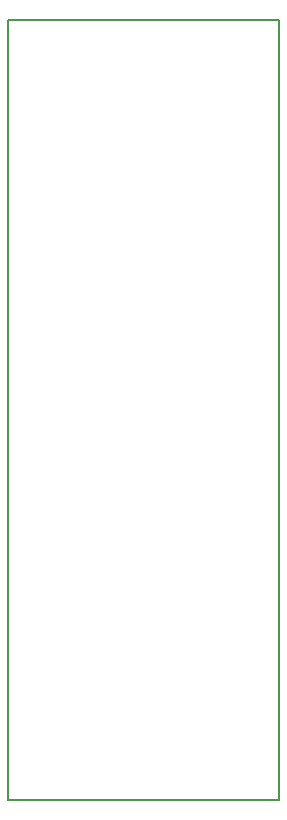
<source format=gbr>
G04 #@! TF.FileFunction,Profile,NP*
%FSLAX46Y46*%
G04 Gerber Fmt 4.6, Leading zero omitted, Abs format (unit mm)*
G04 Created by KiCad (PCBNEW 4.0.7) date 03/25/21 13:56:31*
%MOMM*%
%LPD*%
G01*
G04 APERTURE LIST*
%ADD10C,0.100000*%
%ADD11C,0.150000*%
G04 APERTURE END LIST*
D10*
D11*
X57298000Y-95276000D02*
X57298000Y-29276000D01*
X80298000Y-95276000D02*
X57298000Y-95276000D01*
X80298000Y-29276000D02*
X80298000Y-95276000D01*
X57298000Y-29276000D02*
X80298000Y-29276000D01*
M02*

</source>
